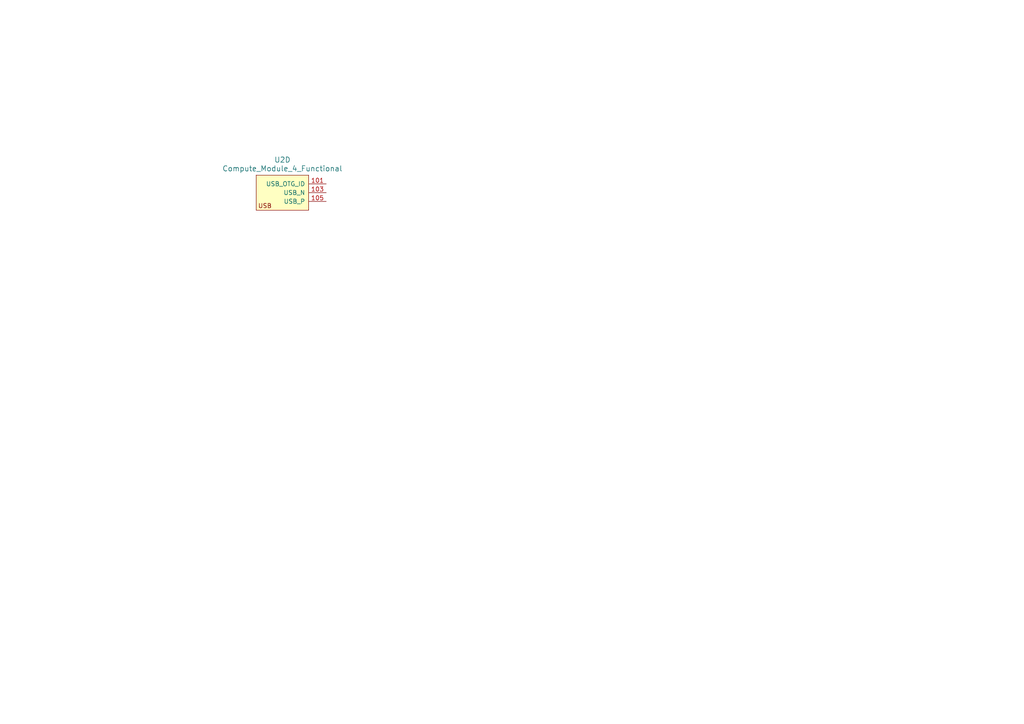
<source format=kicad_sch>
(kicad_sch (version 20230121) (generator eeschema)
  (paper "A4")
  (lib_symbols
    (symbol "Raspberry_Pi_Compute_Module_4:Compute_Module_4_Functional" (pin_names (offset 1.016))
      (property "Reference" "U" (at 5.08 5.08 0))
      (property "Value" "Compute_Module_4_Functional" (at 5.08 7.62 0))
      (symbol "Compute_Module_4_Functional_1_0"
        (text "Power" (at 21.59 -13.97 0) (effects (font (size 1.27 1.27))))
      )
      (symbol "Compute_Module_4_Functional_1_1"
        (rectangle (start 5.08 2.54) (end 38.1 -15.24) (fill (type background)))
        (pin power_in line (at 0 -13.97 0) (length 5.08) (name "GND[51]") (number "1"))
        (pin power_in line (at 0 -13.97 0) (length 5.08) (name "GND[51]") (number "107"))
        (pin power_in line (at 0 -13.97 0) (length 5.08) (name "GND[51]") (number "108"))
        (pin power_in line (at 0 -13.97 0) (length 5.08) (name "GND[51]") (number "113"))
        (pin power_in line (at 0 -13.97 0) (length 5.08) (name "GND[51]") (number "114"))
        (pin power_in line (at 0 -13.97 0) (length 5.08) (name "GND[51]") (number "119"))
        (pin power_in line (at 0 -13.97 0) (length 5.08) (name "GND[51]") (number "120"))
        (pin power_in line (at 0 -13.97 0) (length 5.08) (name "GND[51]") (number "125"))
        (pin power_in line (at 0 -13.97 0) (length 5.08) (name "GND[51]") (number "126"))
        (pin power_in line (at 0 -13.97 0) (length 5.08) (name "GND[51]") (number "13"))
        (pin power_in line (at 0 -13.97 0) (length 5.08) (name "GND[51]") (number "131"))
        (pin power_in line (at 0 -13.97 0) (length 5.08) (name "GND[51]") (number "132"))
        (pin power_in line (at 0 -13.97 0) (length 5.08) (name "GND[51]") (number "137"))
        (pin power_in line (at 0 -13.97 0) (length 5.08) (name "GND[51]") (number "138"))
        (pin power_in line (at 0 -13.97 0) (length 5.08) (name "GND[51]") (number "14"))
        (pin power_in line (at 0 -13.97 0) (length 5.08) (name "GND[51]") (number "144"))
        (pin power_in line (at 0 -13.97 0) (length 5.08) (name "GND[51]") (number "150"))
        (pin power_in line (at 0 -13.97 0) (length 5.08) (name "GND[51]") (number "155"))
        (pin power_in line (at 0 -13.97 0) (length 5.08) (name "GND[51]") (number "156"))
        (pin power_in line (at 0 -13.97 0) (length 5.08) (name "GND[51]") (number "161"))
        (pin power_in line (at 0 -13.97 0) (length 5.08) (name "GND[51]") (number "162"))
        (pin power_in line (at 0 -13.97 0) (length 5.08) (name "GND[51]") (number "167"))
        (pin power_in line (at 0 -13.97 0) (length 5.08) (name "GND[51]") (number "168"))
        (pin power_in line (at 0 -13.97 0) (length 5.08) (name "GND[51]") (number "173"))
        (pin power_in line (at 0 -13.97 0) (length 5.08) (name "GND[51]") (number "174"))
        (pin power_in line (at 0 -13.97 0) (length 5.08) (name "GND[51]") (number "179"))
        (pin power_in line (at 0 -13.97 0) (length 5.08) (name "GND[51]") (number "180"))
        (pin power_in line (at 0 -13.97 0) (length 5.08) (name "GND[51]") (number "185"))
        (pin power_in line (at 0 -13.97 0) (length 5.08) (name "GND[51]") (number "186"))
        (pin power_in line (at 0 -13.97 0) (length 5.08) (name "GND[51]") (number "191"))
        (pin power_in line (at 0 -13.97 0) (length 5.08) (name "GND[51]") (number "192"))
        (pin power_in line (at 0 -13.97 0) (length 5.08) (name "GND[51]") (number "197"))
        (pin power_in line (at 0 -13.97 0) (length 5.08) (name "GND[51]") (number "198"))
        (pin power_in line (at 0 -13.97 0) (length 5.08) (name "GND[51]") (number "2"))
        (pin power_in line (at 0 -13.97 0) (length 5.08) (name "GND[51]") (number "22"))
        (pin power_in line (at 0 -13.97 0) (length 5.08) (name "GND[51]") (number "23"))
        (pin power_in line (at 0 -13.97 0) (length 5.08) (name "GND[51]") (number "32"))
        (pin power_in line (at 0 -13.97 0) (length 5.08) (name "GND[51]") (number "33"))
        (pin power_in line (at 0 -13.97 0) (length 5.08) (name "GND[51]") (number "42"))
        (pin power_in line (at 0 -13.97 0) (length 5.08) (name "GND[51]") (number "43"))
        (pin power_in line (at 0 -13.97 0) (length 5.08) (name "GND[51]") (number "52"))
        (pin power_in line (at 0 -13.97 0) (length 5.08) (name "GND[51]") (number "53"))
        (pin power_in line (at 0 -13.97 0) (length 5.08) (name "GND[51]") (number "59"))
        (pin power_in line (at 0 -13.97 0) (length 5.08) (name "GND[51]") (number "60"))
        (pin power_in line (at 0 -13.97 0) (length 5.08) (name "GND[51]") (number "65"))
        (pin power_in line (at 0 -13.97 0) (length 5.08) (name "GND[51]") (number "66"))
        (pin power_in line (at 0 -13.97 0) (length 5.08) (name "GND[51]") (number "7"))
        (pin power_in line (at 0 -13.97 0) (length 5.08) (name "GND[51]") (number "71"))
        (pin power_in line (at 0 -13.97 0) (length 5.08) (name "GND[51]") (number "74"))
        (pin power_in line (at 0 1.27 0) (length 5.08) (name "+5V") (number "77"))
        (pin power_in line (at 0 -1.27 0) (length 5.08) (name "+5V") (number "79"))
        (pin power_in line (at 0 -13.97 0) (length 5.08) (name "GND[51]") (number "8"))
        (pin power_in line (at 0 -3.81 0) (length 5.08) (name "+5V") (number "81"))
        (pin power_in line (at 0 -6.35 0) (length 5.08) (name "+5V") (number "83"))
        (pin power_out line (at 43.18 -2.54 180) (length 5.08) (name "CM4_3.3V_Out_1") (number "84"))
        (pin power_in line (at 0 -8.89 0) (length 5.08) (name "+5V") (number "85"))
        (pin power_out line (at 43.18 -5.08 180) (length 5.08) (name "CM4_3.3V_Out_2") (number "86"))
        (pin power_in line (at 0 -11.43 0) (length 5.08) (name "+5V") (number "87"))
        (pin power_out line (at 43.18 -7.62 180) (length 5.08) (name "CM4_1.8V_Out_1") (number "88"))
        (pin power_out line (at 43.18 -10.16 180) (length 5.08) (name "CM4_1.8V_Out_2") (number "90"))
        (pin power_in line (at 0 -13.97 0) (length 5.08) (name "GND[51]") (number "98"))
      )
      (symbol "Compute_Module_4_Functional_2_0"
        (text "GPIO" (at 7.62 -69.85 0) (effects (font (size 1.27 1.27))))
      )
      (symbol "Compute_Module_4_Functional_2_1"
        (rectangle (start 5.08 2.54) (end 30.48 -71.12) (fill (type background)))
        (pin passive line (at 35.56 0 180) (length 5.08) (name "GPIO26") (number "24"))
        (pin passive line (at 35.56 -2.54 180) (length 5.08) (name "GPIO21") (number "25"))
        (pin passive line (at 35.56 -5.08 180) (length 5.08) (name "GPIO19") (number "26"))
        (pin passive line (at 35.56 -7.62 180) (length 5.08) (name "GPIO20") (number "27"))
        (pin passive line (at 35.56 -10.16 180) (length 5.08) (name "GPIO13") (number "28"))
        (pin passive line (at 35.56 -12.7 180) (length 5.08) (name "GPIO16") (number "29"))
        (pin passive line (at 35.56 -15.24 180) (length 5.08) (name "GPIO6") (number "30"))
        (pin passive line (at 35.56 -17.78 180) (length 5.08) (name "GPIO12") (number "31"))
        (pin passive line (at 35.56 -20.32 180) (length 5.08) (name "GPIO5") (number "34"))
        (pin passive line (at 35.56 -22.86 180) (length 5.08) (name "ID_SC") (number "35"))
        (pin passive line (at 35.56 -25.4 180) (length 5.08) (name "ID_SD") (number "36"))
        (pin passive line (at 35.56 -27.94 180) (length 5.08) (name "GPIO7") (number "37"))
        (pin passive line (at 35.56 -30.48 180) (length 5.08) (name "GPIO11") (number "38"))
        (pin passive line (at 35.56 -33.02 180) (length 5.08) (name "GPIO8") (number "39"))
        (pin passive line (at 35.56 -35.56 180) (length 5.08) (name "GPIO9") (number "40"))
        (pin passive line (at 35.56 -38.1 180) (length 5.08) (name "GPIO25") (number "41"))
        (pin passive line (at 35.56 -40.64 180) (length 5.08) (name "GPIO10") (number "44"))
        (pin passive line (at 35.56 -43.18 180) (length 5.08) (name "GPIO24") (number "45"))
        (pin passive line (at 35.56 -45.72 180) (length 5.08) (name "GPIO22") (number "46"))
        (pin passive line (at 35.56 -48.26 180) (length 5.08) (name "GPIO23") (number "47"))
        (pin passive line (at 35.56 -50.8 180) (length 5.08) (name "GPIO27") (number "48"))
        (pin passive line (at 35.56 -53.34 180) (length 5.08) (name "GPIO18") (number "49"))
        (pin passive line (at 35.56 -55.88 180) (length 5.08) (name "GPIO17") (number "50"))
        (pin passive line (at 35.56 -58.42 180) (length 5.08) (name "GPIO15") (number "51"))
        (pin passive line (at 35.56 -60.96 180) (length 5.08) (name "GPIO4") (number "54"))
        (pin passive line (at 35.56 -63.5 180) (length 5.08) (name "GPIO14") (number "55"))
        (pin passive line (at 35.56 -66.04 180) (length 5.08) (name "GPIO3") (number "56"))
        (pin passive line (at 35.56 -68.58 180) (length 5.08) (name "GPIO2") (number "58"))
        (pin power_in line (at 0 -33.02 0) (length 5.08) (name "GPIO_VREF") (number "78"))
      )
      (symbol "Compute_Module_4_Functional_3_0"
        (text "Ethernet" (at 10.16 -26.67 0) (effects (font (size 1.27 1.27))))
      )
      (symbol "Compute_Module_4_Functional_3_1"
        (rectangle (start 5.08 2.54) (end 53.34 -27.94) (fill (type background)))
        (pin passive line (at 58.42 -12.7 180) (length 5.08) (name "Ethernet_Pair0_N") (number "10"))
        (pin passive line (at 58.42 -15.24 180) (length 5.08) (name "Ethernet_Pair2_P") (number "11"))
        (pin passive line (at 58.42 -17.78 180) (length 5.08) (name "Ethernet_Pair0_P") (number "12"))
        (pin output line (at 58.42 -20.32 180) (length 5.08) (name "~{Ethernet_nLED3}") (number "15"))
        (pin input line (at 0 -10.16 0) (length 5.08) (name "Ethernet_SYNC_IN") (number "16"))
        (pin output line (at 58.42 -22.86 180) (length 5.08) (name "~{Ethernet_nLED2}") (number "17"))
        (pin input line (at 0 -12.7 0) (length 5.08) (name "Ethernet_SYNC_OUT") (number "18"))
        (pin output line (at 58.42 -25.4 180) (length 5.08) (name "~{Ethernet_nLED1}") (number "19"))
        (pin passive line (at 58.42 0 180) (length 5.08) (name "Ethernet_Pair3_P") (number "3"))
        (pin passive line (at 58.42 -2.54 180) (length 5.08) (name "Ethernet_Pair1_P") (number "4"))
        (pin passive line (at 58.42 -5.08 180) (length 5.08) (name "Ethernet_Pair3_N") (number "5"))
        (pin passive line (at 58.42 -7.62 180) (length 5.08) (name "Ethernet_Pair1_N") (number "6"))
        (pin passive line (at 58.42 -10.16 180) (length 5.08) (name "Ethernet_Pair2_N") (number "9"))
      )
      (symbol "Compute_Module_4_Functional_4_0"
        (text "USB" (at 7.62 -6.35 0) (effects (font (size 1.27 1.27))))
      )
      (symbol "Compute_Module_4_Functional_4_1"
        (rectangle (start 5.08 2.54) (end 20.32 -7.62) (fill (type background)))
        (pin input line (at 25.4 0 180) (length 5.08) (name "USB_OTG_ID") (number "101"))
        (pin passive line (at 25.4 -2.54 180) (length 5.08) (name "USB_N") (number "103"))
        (pin passive line (at 25.4 -5.08 180) (length 5.08) (name "USB_P") (number "105"))
      )
      (symbol "Compute_Module_4_Functional_5_0"
        (text "PCI-E" (at 8.89 -19.05 0) (effects (font (size 1.27 1.27))))
      )
      (symbol "Compute_Module_4_Functional_5_1"
        (rectangle (start 5.08 2.54) (end 25.4 -20.32) (fill (type background)))
        (pin input line (at 30.48 0 180) (length 5.08) (name "~{PCIe_CLK_nREQ}") (number "102"))
        (pin output line (at 30.48 -2.54 180) (length 5.08) (name "~{PCIe_nRST}") (number "109"))
        (pin output line (at 30.48 -5.08 180) (length 5.08) (name "PCIe_CLK_P") (number "110"))
        (pin output line (at 30.48 -7.62 180) (length 5.08) (name "PCIe_CLK_N") (number "112"))
        (pin input line (at 30.48 -10.16 180) (length 5.08) (name "PCIe_RX_P") (number "116"))
        (pin input line (at 30.48 -12.7 180) (length 5.08) (name "PCIe_RX_N") (number "118"))
        (pin output line (at 30.48 -15.24 180) (length 5.08) (name "PCIe_TX_P") (number "122"))
        (pin output line (at 30.48 -17.78 180) (length 5.08) (name "PCIe_TX_N") (number "124"))
      )
      (symbol "Compute_Module_4_Functional_6_0"
        (text "Camera" (at 8.89 -39.37 0) (effects (font (size 1.27 1.27))))
      )
      (symbol "Compute_Module_4_Functional_6_1"
        (rectangle (start 5.08 2.54) (end 20.32 -40.64) (fill (type background)))
        (pin input line (at 25.4 0 180) (length 5.08) (name "CAM1_D0_N") (number "115"))
        (pin input line (at 25.4 -2.54 180) (length 5.08) (name "CAM1_D0_P") (number "117"))
        (pin input line (at 25.4 -5.08 180) (length 5.08) (name "CAM1_D1_N") (number "121"))
        (pin input line (at 25.4 -7.62 180) (length 5.08) (name "CAM1_D1_P") (number "123"))
        (pin input line (at 25.4 -10.16 180) (length 5.08) (name "CAM1_C_N") (number "127"))
        (pin input line (at 25.4 -12.7 180) (length 5.08) (name "CAM0_D0_N") (number "128"))
        (pin input line (at 25.4 -15.24 180) (length 5.08) (name "CAM1_C_P") (number "129"))
        (pin input line (at 25.4 -17.78 180) (length 5.08) (name "CAM0_D0_P") (number "130"))
        (pin input line (at 25.4 -20.32 180) (length 5.08) (name "CAM1_D2_N") (number "133"))
        (pin input line (at 25.4 -22.86 180) (length 5.08) (name "CAM0_D1_N") (number "134"))
        (pin input line (at 25.4 -25.4 180) (length 5.08) (name "CAM1_D2_P") (number "135"))
        (pin input line (at 25.4 -27.94 180) (length 5.08) (name "CAM0_D1_P") (number "136"))
        (pin input line (at 25.4 -30.48 180) (length 5.08) (name "CAM1_D3_N") (number "139"))
        (pin input line (at 25.4 -33.02 180) (length 5.08) (name "CAM0_C_N") (number "140"))
        (pin input line (at 25.4 -35.56 180) (length 5.08) (name "CAM1_D3_P") (number "141"))
        (pin input line (at 25.4 -38.1 180) (length 5.08) (name "CAM0_C_P") (number "142"))
      )
      (symbol "Compute_Module_4_Functional_7_0"
        (text "HDMI" (at 7.62 -39.37 0) (effects (font (size 1.27 1.27))))
      )
      (symbol "Compute_Module_4_Functional_7_1"
        (rectangle (start 5.08 2.54) (end 43.18 -40.64) (fill (type background)))
        (pin input line (at 0 -10.16 0) (length 5.08) (name "HDMI1_HOTPLUG") (number "143"))
        (pin bidirectional line (at 0 -12.7 0) (length 5.08) (name "HDMI1_SDA") (number "145"))
        (pin output line (at 48.26 0 180) (length 5.08) (name "HDMI1_TX2_P") (number "146"))
        (pin open_collector line (at 0 -15.24 0) (length 5.08) (name "HDMI1_SCL") (number "147"))
        (pin output line (at 48.26 -2.54 180) (length 5.08) (name "HDMI1_TX2_N") (number "148"))
        (pin open_collector line (at 0 -17.78 0) (length 5.08) (name "HDMI1_CEC") (number "149"))
        (pin open_collector line (at 0 -20.32 0) (length 5.08) (name "HDMI0_CEC") (number "151"))
        (pin output line (at 48.26 -5.08 180) (length 5.08) (name "HDMI1_TX1_P") (number "152"))
        (pin input line (at 0 -22.86 0) (length 5.08) (name "HDMI0_HOTPLUG") (number "153"))
        (pin output line (at 48.26 -7.62 180) (length 5.08) (name "HDMI1_TX1_N") (number "154"))
        (pin output line (at 48.26 -10.16 180) (length 5.08) (name "HDMI1_TX0_P") (number "158"))
        (pin output line (at 48.26 -12.7 180) (length 5.08) (name "HDMI1_TX0_N") (number "160"))
        (pin output line (at 48.26 -15.24 180) (length 5.08) (name "HDMI1_CLK_P") (number "164"))
        (pin output line (at 48.26 -17.78 180) (length 5.08) (name "HDMI1_CLK_N") (number "166"))
        (pin output line (at 48.26 -20.32 180) (length 5.08) (name "HDMI0_TX2_P") (number "170"))
        (pin output line (at 48.26 -22.86 180) (length 5.08) (name "HDMI0_TX2_N") (number "172"))
        (pin output line (at 48.26 -25.4 180) (length 5.08) (name "HDMI0_TX1_P") (number "176"))
        (pin output line (at 48.26 -27.94 180) (length 5.08) (name "HDMI0_TX1_N") (number "178"))
        (pin output line (at 48.26 -30.48 180) (length 5.08) (name "HDMI0_TX0_P") (number "182"))
        (pin output line (at 48.26 -33.02 180) (length 5.08) (name "HDMI0_TX0_N") (number "184"))
        (pin output line (at 48.26 -35.56 180) (length 5.08) (name "HDMI0_CLK_P") (number "188"))
        (pin output line (at 48.26 -38.1 180) (length 5.08) (name "HDMI0_CLK_N") (number "190"))
        (pin bidirectional line (at 0 -25.4 0) (length 5.08) (name "HDMI0_SDA") (number "199"))
        (pin open_collector line (at 0 -27.94 0) (length 5.08) (name "HDMI0_SCL") (number "200"))
      )
      (symbol "Compute_Module_4_Functional_8_0"
        (text "Display" (at 8.89 -39.37 0) (effects (font (size 1.27 1.27))))
      )
      (symbol "Compute_Module_4_Functional_8_1"
        (rectangle (start 5.08 2.54) (end 20.32 -40.64) (fill (type background)))
        (pin output line (at 25.4 0 180) (length 5.08) (name "DSI0_D0_N") (number "157"))
        (pin output line (at 25.4 -2.54 180) (length 5.08) (name "DSI0_D0_P") (number "159"))
        (pin output line (at 25.4 -5.08 180) (length 5.08) (name "DSI0_D1_N") (number "163"))
        (pin output line (at 25.4 -7.62 180) (length 5.08) (name "DSI0_D1_P") (number "165"))
        (pin output line (at 25.4 -10.16 180) (length 5.08) (name "DSI0_C_N") (number "169"))
        (pin output line (at 25.4 -12.7 180) (length 5.08) (name "DSI0_C_P") (number "171"))
        (pin output line (at 25.4 -15.24 180) (length 5.08) (name "DSI1_D0_N") (number "175"))
        (pin output line (at 25.4 -17.78 180) (length 5.08) (name "DSI1_D0_P") (number "177"))
        (pin output line (at 25.4 -20.32 180) (length 5.08) (name "DSI1_D1_N") (number "181"))
        (pin output line (at 25.4 -22.86 180) (length 5.08) (name "DSI1_D1_P") (number "183"))
        (pin output line (at 25.4 -25.4 180) (length 5.08) (name "DSI1_C_N") (number "187"))
        (pin output line (at 25.4 -27.94 180) (length 5.08) (name "DSI1_C_P") (number "189"))
        (pin output line (at 25.4 -30.48 180) (length 5.08) (name "DSI1_D2_N") (number "193"))
        (pin output line (at 25.4 -33.02 180) (length 5.08) (name "DSI1_D3_N") (number "194"))
        (pin output line (at 25.4 -35.56 180) (length 5.08) (name "DSI1_D2_P") (number "195"))
        (pin output line (at 25.4 -38.1 180) (length 5.08) (name "DSI1_D3_P") (number "196"))
      )
      (symbol "Compute_Module_4_Functional_9_0"
        (text "SD Card" (at 10.16 -26.67 0) (effects (font (size 1.27 1.27))))
      )
      (symbol "Compute_Module_4_Functional_9_1"
        (rectangle (start 5.08 2.54) (end 43.18 -27.94) (fill (type background)))
        (pin passive line (at 48.26 0 180) (length 5.08) (name "SD_CLK") (number "57"))
        (pin passive line (at 48.26 -2.54 180) (length 5.08) (name "SD_DAT3") (number "61"))
        (pin passive line (at 48.26 -5.08 180) (length 5.08) (name "SD_CMD") (number "62"))
        (pin passive line (at 48.26 -7.62 180) (length 5.08) (name "SD_DAT0") (number "63"))
        (pin passive line (at 48.26 -10.16 180) (length 5.08) (name "SD_DAT5") (number "64"))
        (pin passive line (at 48.26 -12.7 180) (length 5.08) (name "SD_DAT1") (number "67"))
        (pin passive line (at 48.26 -15.24 180) (length 5.08) (name "SD_DAT4") (number "68"))
        (pin passive line (at 48.26 -17.78 180) (length 5.08) (name "SD_DAT2") (number "69"))
        (pin passive line (at 48.26 -20.32 180) (length 5.08) (name "SD_DAT7") (number "70"))
        (pin passive line (at 48.26 -22.86 180) (length 5.08) (name "SD_DAT6") (number "72"))
        (pin input line (at 0 -12.7 0) (length 5.08) (name "SD_VDD_Override") (number "73"))
        (pin output line (at 48.26 -25.4 180) (length 5.08) (name "SD_PWR_ON") (number "75"))
      )
      (symbol "Compute_Module_4_Functional_10_0"
        (text "Miscellaneous" (at 12.7 -39.37 0) (effects (font (size 1.27 1.27))))
      )
      (symbol "Compute_Module_4_Functional_10_1"
        (rectangle (start 5.08 2.54) (end 43.18 -40.64) (fill (type background)))
        (pin output line (at 48.26 -15.24 180) (length 5.08) (name "~{nEXTRST}") (number "100"))
        (pin no_connect line (at 0 -33.02 0) (length 5.08) (name "Reserved") (number "104"))
        (pin no_connect line (at 0 -35.56 0) (length 5.08) (name "Reserved") (number "106"))
        (pin output line (at 48.26 -38.1 180) (length 5.08) (name "VDAC_COMP") (number "111"))
        (pin input line (at 0 -10.16 0) (length 5.08) (name "EEPROM_nWP") (number "20"))
        (pin open_collector line (at 48.26 -2.54 180) (length 5.08) (name "~{Pi_nLED_Activity}") (number "21"))
        (pin no_connect line (at 0 -30.48 0) (length 5.08) (name "Reserved") (number "76"))
        (pin bidirectional line (at 48.26 -31.75 180) (length 5.08) (name "I2C_SCL0") (number "80"))
        (pin bidirectional line (at 48.26 -34.29 180) (length 5.08) (name "I2C_SDA0") (number "82"))
        (pin input line (at 0 0 0) (length 5.08) (name "~{WL_nDisable}") (number "89"))
        (pin input line (at 0 -2.54 0) (length 5.08) (name "~{BT_nDisable}") (number "91"))
        (pin passive line (at 48.26 -11.43 180) (length 5.08) (name "RUN_PG") (number "92"))
        (pin input line (at 0 -15.24 0) (length 5.08) (name "~{nRPIBOOT}") (number "93"))
        (pin passive line (at 0 -22.86 0) (length 5.08) (name "AnalogIP1") (number "94"))
        (pin output line (at 48.26 -6.35 180) (length 5.08) (name "~{PI_LED_nPWR}") (number "95"))
        (pin passive line (at 0 -25.4 0) (length 5.08) (name "AnalogIP0") (number "96"))
        (pin input line (at 0 -5.08 0) (length 5.08) (name "Camera_GPIO") (number "97"))
        (pin input line (at 0 -17.78 0) (length 5.08) (name "GLOBAL_EN") (number "99"))
      )
    )
  )
  (symbol (lib_id "Raspberry_Pi_Compute_Module_4:Compute_Module_4_Functional") (at 69.215 53.34 0) (unit 4)
    (property "Reference" "U2" (at 81.915 46.355 0) (effects (font (size 1.524 1.524))))
    (property "Value" "Compute_Module_4_Functional" (at 81.915 48.895 0) (effects (font (size 1.524 1.524))))
    (property "Footprint" "RPi_Compute_Module_4:Raspberry-Pi-4-Compute-Module" (effects hide))
    (instances (project "CM4Emulator" (path "" (reference "U2") (unit 4)) (path "" (reference "U1") (unit 4))))
  )
)
</source>
